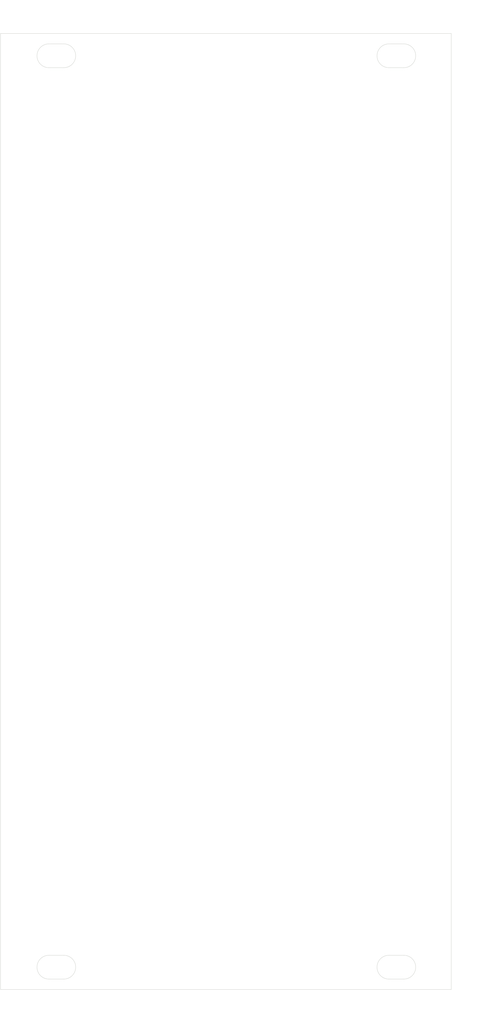
<source format=kicad_pcb>
(kicad_pcb (version 20171130) (host pcbnew "(5.1.10)-1")

  (general
    (thickness 1.6)
    (drawings 26)
    (tracks 0)
    (zones 0)
    (modules 0)
    (nets 1)
  )

  (page A4)
  (layers
    (0 F.Cu signal)
    (31 B.Cu signal)
    (32 B.Adhes user)
    (33 F.Adhes user)
    (34 B.Paste user)
    (35 F.Paste user)
    (36 B.SilkS user)
    (37 F.SilkS user)
    (38 B.Mask user)
    (39 F.Mask user)
    (40 Dwgs.User user)
    (41 Cmts.User user)
    (42 Eco1.User user)
    (43 Eco2.User user)
    (44 Edge.Cuts user)
    (45 Margin user)
    (46 B.CrtYd user)
    (47 F.CrtYd user)
    (48 B.Fab user)
    (49 F.Fab user hide)
  )

  (setup
    (last_trace_width 0.25)
    (trace_clearance 0.2)
    (zone_clearance 0.508)
    (zone_45_only no)
    (trace_min 0.2)
    (via_size 0.8)
    (via_drill 0.4)
    (via_min_size 0.4)
    (via_min_drill 0.3)
    (uvia_size 0.3)
    (uvia_drill 0.1)
    (uvias_allowed no)
    (uvia_min_size 0.2)
    (uvia_min_drill 0.1)
    (edge_width 0.05)
    (segment_width 0.2)
    (pcb_text_width 0.3)
    (pcb_text_size 1.5 1.5)
    (mod_edge_width 0.12)
    (mod_text_size 1 1)
    (mod_text_width 0.15)
    (pad_size 1.524 1.524)
    (pad_drill 0.762)
    (pad_to_mask_clearance 0)
    (aux_axis_origin 0 0)
    (visible_elements 7FFFFF7F)
    (pcbplotparams
      (layerselection 0x010fc_ffffffff)
      (usegerberextensions false)
      (usegerberattributes true)
      (usegerberadvancedattributes true)
      (creategerberjobfile true)
      (excludeedgelayer true)
      (linewidth 0.100000)
      (plotframeref false)
      (viasonmask false)
      (mode 1)
      (useauxorigin false)
      (hpglpennumber 1)
      (hpglpenspeed 20)
      (hpglpendiameter 15.000000)
      (psnegative false)
      (psa4output false)
      (plotreference true)
      (plotvalue true)
      (plotinvisibletext false)
      (padsonsilk false)
      (subtractmaskfromsilk false)
      (outputformat 1)
      (mirror false)
      (drillshape 1)
      (scaleselection 1)
      (outputdirectory ""))
  )

  (net 0 "")

  (net_class Default "This is the default net class."
    (clearance 0.2)
    (trace_width 0.25)
    (via_dia 0.8)
    (via_drill 0.4)
    (uvia_dia 0.3)
    (uvia_drill 0.1)
  )

  (dimension 45.72 (width 0.15) (layer Dwgs.User)
    (gr_text "45.720 mm" (at 128.36 167.8) (layer Dwgs.User)
      (effects (font (size 1 1) (thickness 0.15)))
    )
    (feature1 (pts (xy 151.22 162) (xy 151.22 167.086421)))
    (feature2 (pts (xy 105.5 162) (xy 105.5 167.086421)))
    (crossbar (pts (xy 105.5 166.5) (xy 151.22 166.5)))
    (arrow1a (pts (xy 151.22 166.5) (xy 150.093496 167.086421)))
    (arrow1b (pts (xy 151.22 166.5) (xy 150.093496 165.913579)))
    (arrow2a (pts (xy 105.5 166.5) (xy 106.626504 167.086421)))
    (arrow2b (pts (xy 105.5 166.5) (xy 106.626504 165.913579)))
  )
  (dimension 45.72 (width 0.15) (layer Dwgs.User)
    (gr_text "45.720 mm" (at 128.36 32.7) (layer Dwgs.User)
      (effects (font (size 1 1) (thickness 0.15)))
    )
    (feature1 (pts (xy 151.22 39.5) (xy 151.22 33.413579)))
    (feature2 (pts (xy 105.5 39.5) (xy 105.5 33.413579)))
    (crossbar (pts (xy 105.5 34) (xy 151.22 34)))
    (arrow1a (pts (xy 151.22 34) (xy 150.093496 34.586421)))
    (arrow1b (pts (xy 151.22 34) (xy 150.093496 33.413579)))
    (arrow2a (pts (xy 105.5 34) (xy 106.626504 34.586421)))
    (arrow2b (pts (xy 105.5 34) (xy 106.626504 33.413579)))
  )
  (gr_arc (start 152.22 162) (end 152.22 163.6) (angle -180) (layer Edge.Cuts) (width 0.05) (tstamp 616575F6))
  (gr_arc (start 150.22 162) (end 150.22 160.4) (angle -180) (layer Edge.Cuts) (width 0.05) (tstamp 616575F5))
  (gr_line (start 152.22 160.4) (end 150.22 160.4) (layer Edge.Cuts) (width 0.05) (tstamp 616575F4))
  (gr_line (start 150.22 163.6) (end 152.22 163.6) (layer Edge.Cuts) (width 0.05) (tstamp 616575F3))
  (gr_arc (start 152.22 39.5) (end 152.22 41.1) (angle -180) (layer Edge.Cuts) (width 0.05) (tstamp 6165755F))
  (gr_line (start 152.22 37.9) (end 150.22 37.9) (layer Edge.Cuts) (width 0.05) (tstamp 6165755E))
  (gr_arc (start 150.22 39.5) (end 150.22 37.9) (angle -180) (layer Edge.Cuts) (width 0.05) (tstamp 6165755B))
  (gr_line (start 150.22 41.1) (end 152.22 41.1) (layer Edge.Cuts) (width 0.05) (tstamp 6165755A))
  (dimension 7.5 (width 0.15) (layer Dwgs.User)
    (gr_text "7.500 mm" (at 101.75 167.8) (layer Dwgs.User)
      (effects (font (size 1 1) (thickness 0.15)))
    )
    (feature1 (pts (xy 98 162) (xy 98 167.086421)))
    (feature2 (pts (xy 105.5 162) (xy 105.5 167.086421)))
    (crossbar (pts (xy 105.5 166.5) (xy 98 166.5)))
    (arrow1a (pts (xy 98 166.5) (xy 99.126504 165.913579)))
    (arrow1b (pts (xy 98 166.5) (xy 99.126504 167.086421)))
    (arrow2a (pts (xy 105.5 166.5) (xy 104.373496 165.913579)))
    (arrow2b (pts (xy 105.5 166.5) (xy 104.373496 167.086421)))
  )
  (dimension 7.5 (width 0.15) (layer Dwgs.User)
    (gr_text "7.500 mm" (at 101.75 32.7) (layer Dwgs.User)
      (effects (font (size 1 1) (thickness 0.15)))
    )
    (feature1 (pts (xy 98 39.5) (xy 98 33.413579)))
    (feature2 (pts (xy 105.5 39.5) (xy 105.5 33.413579)))
    (crossbar (pts (xy 105.5 34) (xy 98 34)))
    (arrow1a (pts (xy 98 34) (xy 99.126504 33.413579)))
    (arrow1b (pts (xy 98 34) (xy 99.126504 34.586421)))
    (arrow2a (pts (xy 105.5 34) (xy 104.373496 33.413579)))
    (arrow2b (pts (xy 105.5 34) (xy 104.373496 34.586421)))
  )
  (gr_arc (start 104.5 162) (end 104.5 160.4) (angle -180) (layer Edge.Cuts) (width 0.05) (tstamp 616572F5))
  (gr_line (start 106.5 160.4) (end 104.5 160.4) (layer Edge.Cuts) (width 0.05) (tstamp 616572F4))
  (gr_line (start 104.5 163.6) (end 106.5 163.6) (layer Edge.Cuts) (width 0.05) (tstamp 616572F3))
  (gr_arc (start 106.5 162) (end 106.5 163.6) (angle -180) (layer Edge.Cuts) (width 0.05) (tstamp 616572D5))
  (gr_line (start 104.5 41.1) (end 106.5 41.1) (layer Edge.Cuts) (width 0.05) (tstamp 6165721F))
  (gr_arc (start 104.5 39.5) (end 104.5 37.9) (angle -180) (layer Edge.Cuts) (width 0.05))
  (gr_line (start 106.5 37.9) (end 104.5 37.9) (layer Edge.Cuts) (width 0.05))
  (gr_arc (start 106.5 39.5) (end 106.5 41.1) (angle -180) (layer Edge.Cuts) (width 0.05))
  (dimension 128.5 (width 0.15) (layer Dwgs.User)
    (gr_text "128.500 mm" (at 163.4 100.75 90) (layer Dwgs.User)
      (effects (font (size 1 1) (thickness 0.15)))
    )
    (feature1 (pts (xy 158.6 36.5) (xy 162.686421 36.5)))
    (feature2 (pts (xy 158.6 165) (xy 162.686421 165)))
    (crossbar (pts (xy 162.1 165) (xy 162.1 36.5)))
    (arrow1a (pts (xy 162.1 36.5) (xy 162.686421 37.626504)))
    (arrow1b (pts (xy 162.1 36.5) (xy 161.513579 37.626504)))
    (arrow2a (pts (xy 162.1 165) (xy 162.686421 163.873496)))
    (arrow2b (pts (xy 162.1 165) (xy 161.513579 163.873496)))
  )
  (dimension 60.6 (width 0.15) (layer Dwgs.User)
    (gr_text "60.600 mm" (at 128.3 170.3) (layer Dwgs.User)
      (effects (font (size 1 1) (thickness 0.15)))
    )
    (feature1 (pts (xy 158.6 165) (xy 158.6 169.586421)))
    (feature2 (pts (xy 98 165) (xy 98 169.586421)))
    (crossbar (pts (xy 98 169) (xy 158.6 169)))
    (arrow1a (pts (xy 158.6 169) (xy 157.473496 169.586421)))
    (arrow1b (pts (xy 158.6 169) (xy 157.473496 168.413579)))
    (arrow2a (pts (xy 98 169) (xy 99.126504 169.586421)))
    (arrow2b (pts (xy 98 169) (xy 99.126504 168.413579)))
  )
  (gr_line (start 98 36.5) (end 98 165) (layer Edge.Cuts) (width 0.05) (tstamp 61656D8B))
  (gr_line (start 158.6 36.5) (end 98 36.5) (layer Edge.Cuts) (width 0.05))
  (gr_line (start 158.6 165) (end 158.6 36.5) (layer Edge.Cuts) (width 0.05))
  (gr_line (start 98 165) (end 158.6 165) (layer Edge.Cuts) (width 0.05))

)

</source>
